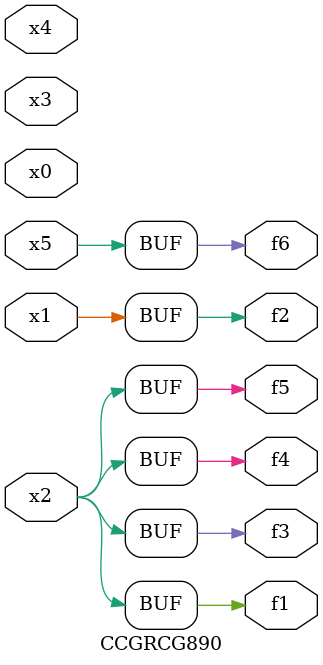
<source format=v>
module CCGRCG890(
	input x0, x1, x2, x3, x4, x5,
	output f1, f2, f3, f4, f5, f6
);
	assign f1 = x2;
	assign f2 = x1;
	assign f3 = x2;
	assign f4 = x2;
	assign f5 = x2;
	assign f6 = x5;
endmodule

</source>
